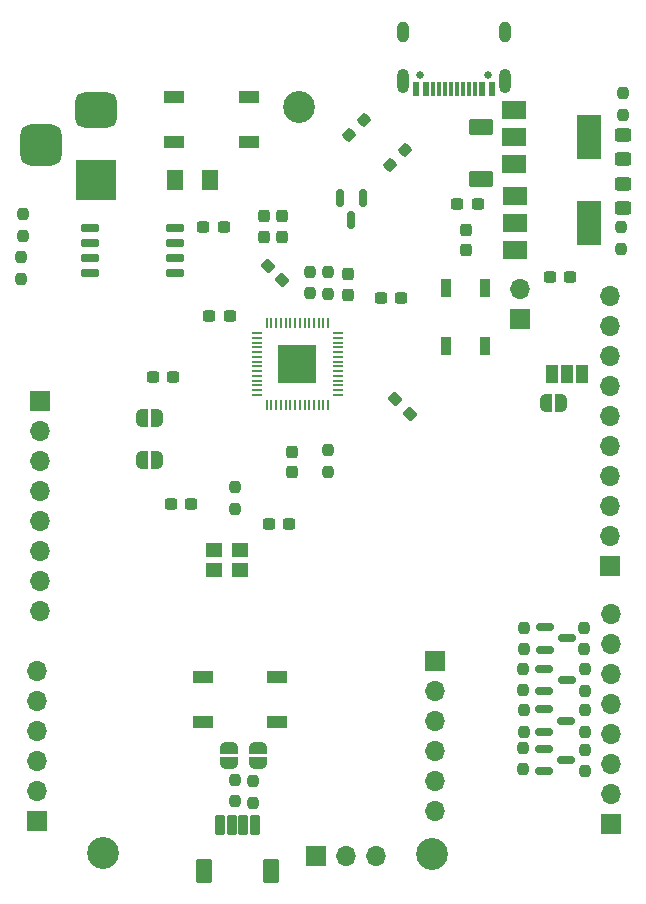
<source format=gbr>
%TF.GenerationSoftware,KiCad,Pcbnew,7.0.10*%
%TF.CreationDate,2024-04-20T18:17:20+05:30*%
%TF.ProjectId,rp2040-basic-m1,72703230-3430-42d6-9261-7369632d6d31,V2.2.5*%
%TF.SameCoordinates,Original*%
%TF.FileFunction,Soldermask,Top*%
%TF.FilePolarity,Negative*%
%FSLAX46Y46*%
G04 Gerber Fmt 4.6, Leading zero omitted, Abs format (unit mm)*
G04 Created by KiCad (PCBNEW 7.0.10) date 2024-04-20 18:17:20*
%MOMM*%
%LPD*%
G01*
G04 APERTURE LIST*
G04 Aperture macros list*
%AMRoundRect*
0 Rectangle with rounded corners*
0 $1 Rounding radius*
0 $2 $3 $4 $5 $6 $7 $8 $9 X,Y pos of 4 corners*
0 Add a 4 corners polygon primitive as box body*
4,1,4,$2,$3,$4,$5,$6,$7,$8,$9,$2,$3,0*
0 Add four circle primitives for the rounded corners*
1,1,$1+$1,$2,$3*
1,1,$1+$1,$4,$5*
1,1,$1+$1,$6,$7*
1,1,$1+$1,$8,$9*
0 Add four rect primitives between the rounded corners*
20,1,$1+$1,$2,$3,$4,$5,0*
20,1,$1+$1,$4,$5,$6,$7,0*
20,1,$1+$1,$6,$7,$8,$9,0*
20,1,$1+$1,$8,$9,$2,$3,0*%
%AMFreePoly0*
4,1,19,0.500000,-0.750000,0.000000,-0.750000,0.000000,-0.744911,-0.071157,-0.744911,-0.207708,-0.704816,-0.327430,-0.627875,-0.420627,-0.520320,-0.479746,-0.390866,-0.500000,-0.250000,-0.500000,0.250000,-0.479746,0.390866,-0.420627,0.520320,-0.327430,0.627875,-0.207708,0.704816,-0.071157,0.744911,0.000000,0.744911,0.000000,0.750000,0.500000,0.750000,0.500000,-0.750000,0.500000,-0.750000,
$1*%
%AMFreePoly1*
4,1,19,0.000000,0.744911,0.071157,0.744911,0.207708,0.704816,0.327430,0.627875,0.420627,0.520320,0.479746,0.390866,0.500000,0.250000,0.500000,-0.250000,0.479746,-0.390866,0.420627,-0.520320,0.327430,-0.627875,0.207708,-0.704816,0.071157,-0.744911,0.000000,-0.744911,0.000000,-0.750000,-0.500000,-0.750000,-0.500000,0.750000,0.000000,0.750000,0.000000,0.744911,0.000000,0.744911,
$1*%
G04 Aperture macros list end*
%ADD10R,1.700000X1.000000*%
%ADD11RoundRect,0.237500X0.300000X0.237500X-0.300000X0.237500X-0.300000X-0.237500X0.300000X-0.237500X0*%
%ADD12R,2.000000X1.500000*%
%ADD13R,2.000000X3.800000*%
%ADD14R,1.700000X1.700000*%
%ADD15O,1.700000X1.700000*%
%ADD16C,2.700000*%
%ADD17RoundRect,0.237500X-0.237500X0.250000X-0.237500X-0.250000X0.237500X-0.250000X0.237500X0.250000X0*%
%ADD18R,1.000000X1.500000*%
%ADD19RoundRect,0.150000X-0.587500X-0.150000X0.587500X-0.150000X0.587500X0.150000X-0.587500X0.150000X0*%
%ADD20RoundRect,0.237500X0.380070X-0.044194X-0.044194X0.380070X-0.380070X0.044194X0.044194X-0.380070X0*%
%ADD21RoundRect,0.237500X0.237500X-0.250000X0.237500X0.250000X-0.237500X0.250000X-0.237500X-0.250000X0*%
%ADD22RoundRect,0.237500X-0.300000X-0.237500X0.300000X-0.237500X0.300000X0.237500X-0.300000X0.237500X0*%
%ADD23RoundRect,0.150000X-0.150000X0.587500X-0.150000X-0.587500X0.150000X-0.587500X0.150000X0.587500X0*%
%ADD24R,1.400000X1.200000*%
%ADD25FreePoly0,0.000000*%
%ADD26FreePoly1,0.000000*%
%ADD27RoundRect,0.250001X-0.462499X-0.624999X0.462499X-0.624999X0.462499X0.624999X-0.462499X0.624999X0*%
%ADD28RoundRect,0.237500X0.237500X-0.300000X0.237500X0.300000X-0.237500X0.300000X-0.237500X-0.300000X0*%
%ADD29RoundRect,0.237500X-0.380070X0.044194X0.044194X-0.380070X0.380070X-0.044194X-0.044194X0.380070X0*%
%ADD30FreePoly0,180.000000*%
%ADD31FreePoly1,180.000000*%
%ADD32FreePoly0,90.000000*%
%ADD33FreePoly1,90.000000*%
%ADD34RoundRect,0.102000X-0.300000X-0.775000X0.300000X-0.775000X0.300000X0.775000X-0.300000X0.775000X0*%
%ADD35RoundRect,0.102000X0.600000X0.900000X-0.600000X0.900000X-0.600000X-0.900000X0.600000X-0.900000X0*%
%ADD36RoundRect,0.250000X0.450000X-0.325000X0.450000X0.325000X-0.450000X0.325000X-0.450000X-0.325000X0*%
%ADD37RoundRect,0.237500X0.008839X0.344715X-0.344715X-0.008839X-0.008839X-0.344715X0.344715X0.008839X0*%
%ADD38RoundRect,0.050000X-0.387500X-0.050000X0.387500X-0.050000X0.387500X0.050000X-0.387500X0.050000X0*%
%ADD39RoundRect,0.050000X-0.050000X-0.387500X0.050000X-0.387500X0.050000X0.387500X-0.050000X0.387500X0*%
%ADD40R,3.200000X3.200000*%
%ADD41C,0.650000*%
%ADD42R,0.600000X1.240000*%
%ADD43R,0.300000X1.240000*%
%ADD44O,1.000000X2.100000*%
%ADD45O,1.000000X1.800000*%
%ADD46RoundRect,0.237500X-0.237500X0.300000X-0.237500X-0.300000X0.237500X-0.300000X0.237500X0.300000X0*%
%ADD47RoundRect,0.250000X-0.450000X0.325000X-0.450000X-0.325000X0.450000X-0.325000X0.450000X0.325000X0*%
%ADD48RoundRect,0.150000X-0.650000X-0.150000X0.650000X-0.150000X0.650000X0.150000X-0.650000X0.150000X0*%
%ADD49R,0.900000X1.500000*%
%ADD50R,3.500000X3.500000*%
%ADD51RoundRect,0.750000X-1.000000X0.750000X-1.000000X-0.750000X1.000000X-0.750000X1.000000X0.750000X0*%
%ADD52RoundRect,0.875000X-0.875000X0.875000X-0.875000X-0.875000X0.875000X-0.875000X0.875000X0.875000X0*%
%ADD53RoundRect,0.250000X0.800000X-0.450000X0.800000X0.450000X-0.800000X0.450000X-0.800000X-0.450000X0*%
G04 APERTURE END LIST*
D10*
%TO.C,SW2*%
X85800000Y-23910500D03*
X92100000Y-23910500D03*
X85800000Y-27710500D03*
X92100000Y-27710500D03*
%TD*%
D11*
%TO.C,C6*%
X85692500Y-47640000D03*
X83967500Y-47640000D03*
%TD*%
D12*
%TO.C,U2*%
X114650000Y-32300000D03*
X114650000Y-34600000D03*
D13*
X120950000Y-34600000D03*
D12*
X114650000Y-36900000D03*
%TD*%
D14*
%TO.C,J7*%
X107850000Y-71680500D03*
D15*
X107850000Y-74220500D03*
X107850000Y-76760500D03*
X107850000Y-79300500D03*
X107850000Y-81840500D03*
X107850000Y-84380500D03*
%TD*%
D16*
%TO.C,REF\u002A\u002A*%
X96370000Y-24760500D03*
%TD*%
D14*
%TO.C,J5*%
X74200000Y-85200000D03*
D15*
X74200000Y-82660000D03*
X74200000Y-80120000D03*
X74200000Y-77580000D03*
X74200000Y-75040000D03*
X74200000Y-72500000D03*
%TD*%
D17*
%TO.C,R20*%
X120580000Y-79187500D03*
X120580000Y-81012500D03*
%TD*%
%TO.C,R8*%
X123630000Y-34957500D03*
X123630000Y-36782500D03*
%TD*%
D14*
%TO.C,J6*%
X74400000Y-49690500D03*
D15*
X74400000Y-52230500D03*
X74400000Y-54770500D03*
X74400000Y-57310500D03*
X74400000Y-59850500D03*
X74400000Y-62390500D03*
X74400000Y-64930500D03*
X74400000Y-67470500D03*
%TD*%
D18*
%TO.C,JP3*%
X120350000Y-47402500D03*
X119050000Y-47402500D03*
X117750000Y-47402500D03*
%TD*%
D19*
%TO.C,Q5*%
X117132500Y-72320000D03*
X117132500Y-74220000D03*
X119007500Y-73270000D03*
%TD*%
D20*
%TO.C,C5*%
X94959880Y-39449880D03*
X93740120Y-38230120D03*
%TD*%
D21*
%TO.C,R16*%
X90980000Y-58815000D03*
X90980000Y-56990000D03*
%TD*%
D14*
%TO.C,J3*%
X122720000Y-63620500D03*
D15*
X122720000Y-61080500D03*
X122720000Y-58540500D03*
X122720000Y-56000500D03*
X122720000Y-53460500D03*
X122720000Y-50920500D03*
X122720000Y-48380500D03*
X122720000Y-45840500D03*
X122720000Y-43300500D03*
X122720000Y-40760500D03*
%TD*%
D17*
%TO.C,R21*%
X120560000Y-75857500D03*
X120560000Y-77682500D03*
%TD*%
D11*
%TO.C,C7*%
X90484500Y-42474500D03*
X88759500Y-42474500D03*
%TD*%
D22*
%TO.C,C1*%
X93815000Y-60060000D03*
X95540000Y-60060000D03*
%TD*%
D23*
%TO.C,D3*%
X101748000Y-32471500D03*
X99848000Y-32471500D03*
X100798000Y-34346500D03*
%TD*%
D19*
%TO.C,Q4*%
X117090000Y-75780000D03*
X117090000Y-77680000D03*
X118965000Y-76730000D03*
%TD*%
D24*
%TO.C,Y1*%
X89130000Y-63950000D03*
X91330000Y-63950000D03*
X91330000Y-62250000D03*
X89130000Y-62250000D03*
%TD*%
D25*
%TO.C,JP4*%
X117270000Y-49880000D03*
D26*
X118570000Y-49880000D03*
%TD*%
D27*
%TO.C,F1*%
X85825000Y-30940000D03*
X88800000Y-30940000D03*
%TD*%
D22*
%TO.C,C15*%
X88265000Y-34920000D03*
X89990000Y-34920000D03*
%TD*%
D28*
%TO.C,C3*%
X93364300Y-35752500D03*
X93364300Y-34027500D03*
%TD*%
D21*
%TO.C,R14*%
X115440000Y-70692500D03*
X115440000Y-68867500D03*
%TD*%
D29*
%TO.C,C9*%
X104496120Y-49528620D03*
X105715880Y-50748380D03*
%TD*%
D12*
%TO.C,U4*%
X114600000Y-25000000D03*
X114600000Y-27300000D03*
D13*
X120900000Y-27300000D03*
D12*
X114600000Y-29600000D03*
%TD*%
D21*
%TO.C,R13*%
X115360000Y-74152500D03*
X115360000Y-72327500D03*
%TD*%
D30*
%TO.C,JP6*%
X84330000Y-51080000D03*
D31*
X83030000Y-51080000D03*
%TD*%
D17*
%TO.C,R4*%
X98800000Y-38770000D03*
X98800000Y-40595000D03*
%TD*%
D32*
%TO.C,JP2*%
X92920000Y-80340000D03*
D33*
X92920000Y-79040000D03*
%TD*%
D34*
%TO.C,J2*%
X89650000Y-85555000D03*
X90650000Y-85555000D03*
X91650000Y-85555000D03*
X92650000Y-85555000D03*
D35*
X88350000Y-89430000D03*
X93950000Y-89430000D03*
%TD*%
D28*
%TO.C,C14*%
X110480000Y-36895000D03*
X110480000Y-35170000D03*
%TD*%
D36*
%TO.C,D5*%
X123750000Y-29185500D03*
X123750000Y-27135500D03*
%TD*%
D28*
%TO.C,C12*%
X100520000Y-40652500D03*
X100520000Y-38927500D03*
%TD*%
D30*
%TO.C,JP5*%
X84330000Y-54630000D03*
D31*
X83030000Y-54630000D03*
%TD*%
D37*
%TO.C,R2*%
X105325235Y-28424765D03*
X104034765Y-29715235D03*
%TD*%
D17*
%TO.C,R1*%
X123760000Y-23607500D03*
X123760000Y-25432500D03*
%TD*%
D21*
%TO.C,R11*%
X115290000Y-80835000D03*
X115290000Y-79010000D03*
%TD*%
D14*
%TO.C,J10*%
X115070000Y-42685000D03*
D15*
X115070000Y-40145000D03*
%TD*%
D38*
%TO.C,U1*%
X92788500Y-43938500D03*
X92788500Y-44338500D03*
X92788500Y-44738500D03*
X92788500Y-45138500D03*
X92788500Y-45538500D03*
X92788500Y-45938500D03*
X92788500Y-46338500D03*
X92788500Y-46738500D03*
X92788500Y-47138500D03*
X92788500Y-47538500D03*
X92788500Y-47938500D03*
X92788500Y-48338500D03*
X92788500Y-48738500D03*
X92788500Y-49138500D03*
D39*
X93626000Y-49976000D03*
X94026000Y-49976000D03*
X94426000Y-49976000D03*
X94826000Y-49976000D03*
X95226000Y-49976000D03*
X95626000Y-49976000D03*
X96026000Y-49976000D03*
X96426000Y-49976000D03*
X96826000Y-49976000D03*
X97226000Y-49976000D03*
X97626000Y-49976000D03*
X98026000Y-49976000D03*
X98426000Y-49976000D03*
X98826000Y-49976000D03*
D38*
X99663500Y-49138500D03*
X99663500Y-48738500D03*
X99663500Y-48338500D03*
X99663500Y-47938500D03*
X99663500Y-47538500D03*
X99663500Y-47138500D03*
X99663500Y-46738500D03*
X99663500Y-46338500D03*
X99663500Y-45938500D03*
X99663500Y-45538500D03*
X99663500Y-45138500D03*
X99663500Y-44738500D03*
X99663500Y-44338500D03*
X99663500Y-43938500D03*
D39*
X98826000Y-43101000D03*
X98426000Y-43101000D03*
X98026000Y-43101000D03*
X97626000Y-43101000D03*
X97226000Y-43101000D03*
X96826000Y-43101000D03*
X96426000Y-43101000D03*
X96026000Y-43101000D03*
X95626000Y-43101000D03*
X95226000Y-43101000D03*
X94826000Y-43101000D03*
X94426000Y-43101000D03*
X94026000Y-43101000D03*
X93626000Y-43101000D03*
D40*
X96226000Y-46538500D03*
%TD*%
D19*
%TO.C,Q3*%
X117112500Y-79130000D03*
X117112500Y-81030000D03*
X118987500Y-80080000D03*
%TD*%
D17*
%TO.C,R22*%
X120600000Y-72377500D03*
X120600000Y-74202500D03*
%TD*%
D32*
%TO.C,JP1*%
X90390000Y-80330000D03*
D33*
X90390000Y-79030000D03*
%TD*%
D41*
%TO.C,J1*%
X112365000Y-22090500D03*
X106585000Y-22090500D03*
D42*
X112675000Y-23210500D03*
X111875000Y-23210500D03*
D43*
X110725000Y-23210500D03*
X109725000Y-23210500D03*
X109225000Y-23210500D03*
X108225000Y-23210500D03*
D42*
X107075000Y-23210500D03*
X106275000Y-23210500D03*
X106275000Y-23210500D03*
X107075000Y-23210500D03*
D43*
X107725000Y-23210500D03*
X108725000Y-23210500D03*
X110225000Y-23210500D03*
X111225000Y-23210500D03*
D42*
X111875000Y-23210500D03*
X112675000Y-23210500D03*
D44*
X113795000Y-22610500D03*
D45*
X113795000Y-18410500D03*
D44*
X105155000Y-22610500D03*
D45*
X105155000Y-18410500D03*
%TD*%
D17*
%TO.C,R6*%
X73000000Y-33847500D03*
X73000000Y-35672500D03*
%TD*%
D46*
%TO.C,C11*%
X95790000Y-53980500D03*
X95790000Y-55705500D03*
%TD*%
D17*
%TO.C,R5*%
X97290000Y-38740000D03*
X97290000Y-40565000D03*
%TD*%
D22*
%TO.C,C10*%
X103287500Y-40960500D03*
X105012500Y-40960500D03*
%TD*%
D47*
%TO.C,D4*%
X123750000Y-31285500D03*
X123750000Y-33335500D03*
%TD*%
D48*
%TO.C,U3*%
X78656000Y-34981500D03*
X78656000Y-36251500D03*
X78656000Y-37521500D03*
X78656000Y-38791500D03*
X85856000Y-38791500D03*
X85856000Y-37521500D03*
X85856000Y-36251500D03*
X85856000Y-34981500D03*
%TD*%
D10*
%TO.C,SW1*%
X88230000Y-73030000D03*
X94530000Y-73030000D03*
X88230000Y-76830000D03*
X94530000Y-76830000D03*
%TD*%
D19*
%TO.C,Q6*%
X117152500Y-68820000D03*
X117152500Y-70720000D03*
X119027500Y-69770000D03*
%TD*%
D21*
%TO.C,R12*%
X115380000Y-77652500D03*
X115380000Y-75827500D03*
%TD*%
D49*
%TO.C,D2*%
X112080000Y-40120000D03*
X108780000Y-40120000D03*
X108780000Y-45020000D03*
X112080000Y-45020000D03*
%TD*%
D17*
%TO.C,R23*%
X120450000Y-68857500D03*
X120450000Y-70682500D03*
%TD*%
D14*
%TO.C,J4*%
X122775000Y-85480000D03*
D15*
X122775000Y-82940000D03*
X122775000Y-80400000D03*
X122775000Y-77860000D03*
X122775000Y-75320000D03*
X122775000Y-72780000D03*
X122775000Y-70240000D03*
X122775000Y-67700000D03*
%TD*%
D28*
%TO.C,C4*%
X94888300Y-35752500D03*
X94888300Y-34027500D03*
%TD*%
D21*
%TO.C,R33*%
X98830000Y-55675000D03*
X98830000Y-53850000D03*
%TD*%
D50*
%TO.C,J9*%
X79198000Y-30992500D03*
D51*
X79198000Y-24992500D03*
D52*
X74498000Y-27992500D03*
%TD*%
D11*
%TO.C,C2*%
X87215000Y-58400000D03*
X85490000Y-58400000D03*
%TD*%
D14*
%TO.C,J8*%
X97820000Y-88200000D03*
D15*
X100360000Y-88200000D03*
X102900000Y-88200000D03*
%TD*%
D11*
%TO.C,C13*%
X111485000Y-33030000D03*
X109760000Y-33030000D03*
%TD*%
D37*
%TO.C,R3*%
X101885235Y-25834765D03*
X100594765Y-27125235D03*
%TD*%
D16*
%TO.C,REF\u002A\u002A*%
X107630000Y-88050500D03*
%TD*%
D22*
%TO.C,C8*%
X117587500Y-39210500D03*
X119312500Y-39210500D03*
%TD*%
D16*
%TO.C,REF\u002A\u002A*%
X79800000Y-87950000D03*
%TD*%
D21*
%TO.C,R15*%
X92460000Y-83662500D03*
X92460000Y-81837500D03*
%TD*%
%TO.C,R7*%
X72820000Y-39342500D03*
X72820000Y-37517500D03*
%TD*%
%TO.C,R17*%
X90960000Y-83562500D03*
X90960000Y-81737500D03*
%TD*%
D53*
%TO.C,D1*%
X111800000Y-30900000D03*
X111800000Y-26500000D03*
%TD*%
M02*

</source>
